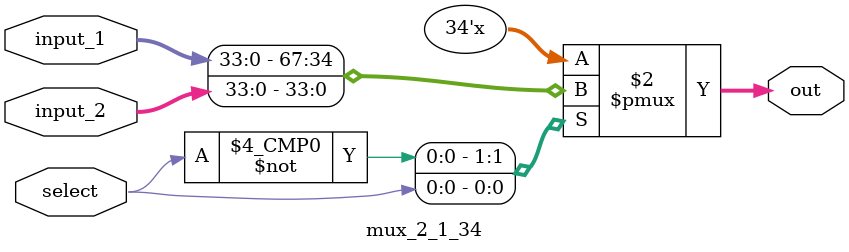
<source format=v>

module mux_2_1_34 (
    
   input [33:0] input_1, 
   input [33:0] input_2,
   input  select,
   output reg [33:0] out
);

 always @(*) begin
case (select)
    1'b0 : out = input_1;
    1'b1 : out = input_2;
endcase
end

endmodule
</source>
